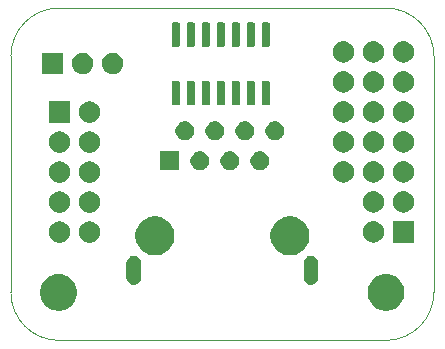
<source format=gbr>
G04 #@! TF.GenerationSoftware,KiCad,Pcbnew,(5.1.5)-3*
G04 #@! TF.CreationDate,2021-03-02T20:31:57-06:00*
G04 #@! TF.ProjectId,InputBoard,496e7075-7442-46f6-9172-642e6b696361,rev?*
G04 #@! TF.SameCoordinates,Original*
G04 #@! TF.FileFunction,Soldermask,Top*
G04 #@! TF.FilePolarity,Negative*
%FSLAX46Y46*%
G04 Gerber Fmt 4.6, Leading zero omitted, Abs format (unit mm)*
G04 Created by KiCad (PCBNEW (5.1.5)-3) date 2021-03-02 20:31:57*
%MOMM*%
%LPD*%
G04 APERTURE LIST*
%ADD10C,0.050000*%
%ADD11C,0.100000*%
G04 APERTURE END LIST*
D10*
X132588000Y-110680500D02*
X132588000Y-90678000D01*
X136652000Y-114744500D02*
G75*
G02X132588000Y-110680500I0J4064000D01*
G01*
X164338000Y-114744500D02*
X136652000Y-114744500D01*
X168402000Y-90678000D02*
X168402000Y-110680500D01*
X168402000Y-110680500D02*
G75*
G02X164338000Y-114744500I-4064000J0D01*
G01*
X164338000Y-86614000D02*
X136652000Y-86614000D01*
X132588000Y-90678000D02*
G75*
G02X136652000Y-86614000I4064000J0D01*
G01*
X164338000Y-86614000D02*
G75*
G02X168402000Y-90678000I0J-4064000D01*
G01*
D11*
G36*
X164640585Y-109156802D02*
G01*
X164790410Y-109186604D01*
X165072674Y-109303521D01*
X165326705Y-109473259D01*
X165542741Y-109689295D01*
X165712479Y-109943326D01*
X165829396Y-110225590D01*
X165889000Y-110525240D01*
X165889000Y-110830760D01*
X165829396Y-111130410D01*
X165712479Y-111412674D01*
X165542741Y-111666705D01*
X165326705Y-111882741D01*
X165072674Y-112052479D01*
X164790410Y-112169396D01*
X164640585Y-112199198D01*
X164490761Y-112229000D01*
X164185239Y-112229000D01*
X164035415Y-112199198D01*
X163885590Y-112169396D01*
X163603326Y-112052479D01*
X163349295Y-111882741D01*
X163133259Y-111666705D01*
X162963521Y-111412674D01*
X162846604Y-111130410D01*
X162787000Y-110830760D01*
X162787000Y-110525240D01*
X162846604Y-110225590D01*
X162963521Y-109943326D01*
X163133259Y-109689295D01*
X163349295Y-109473259D01*
X163603326Y-109303521D01*
X163885590Y-109186604D01*
X164035415Y-109156802D01*
X164185239Y-109127000D01*
X164490761Y-109127000D01*
X164640585Y-109156802D01*
G37*
G36*
X136940585Y-109156802D02*
G01*
X137090410Y-109186604D01*
X137372674Y-109303521D01*
X137626705Y-109473259D01*
X137842741Y-109689295D01*
X138012479Y-109943326D01*
X138129396Y-110225590D01*
X138189000Y-110525240D01*
X138189000Y-110830760D01*
X138129396Y-111130410D01*
X138012479Y-111412674D01*
X137842741Y-111666705D01*
X137626705Y-111882741D01*
X137372674Y-112052479D01*
X137090410Y-112169396D01*
X136940585Y-112199198D01*
X136790761Y-112229000D01*
X136485239Y-112229000D01*
X136335415Y-112199198D01*
X136185590Y-112169396D01*
X135903326Y-112052479D01*
X135649295Y-111882741D01*
X135433259Y-111666705D01*
X135263521Y-111412674D01*
X135146604Y-111130410D01*
X135087000Y-110830760D01*
X135087000Y-110525240D01*
X135146604Y-110225590D01*
X135263521Y-109943326D01*
X135433259Y-109689295D01*
X135649295Y-109473259D01*
X135903326Y-109303521D01*
X136185590Y-109186604D01*
X136335415Y-109156802D01*
X136485239Y-109127000D01*
X136790761Y-109127000D01*
X136940585Y-109156802D01*
G37*
G36*
X143111036Y-107573937D02*
G01*
X143228095Y-107609446D01*
X143277717Y-107635970D01*
X143335976Y-107667110D01*
X143430538Y-107744714D01*
X143508141Y-107839274D01*
X143539281Y-107897533D01*
X143565805Y-107947155D01*
X143601314Y-108064214D01*
X143610300Y-108155451D01*
X143610300Y-109438451D01*
X143601314Y-109529688D01*
X143565805Y-109646747D01*
X143565803Y-109646750D01*
X143508141Y-109754628D01*
X143430538Y-109849189D01*
X143335977Y-109926792D01*
X143305044Y-109943326D01*
X143228096Y-109984456D01*
X143111037Y-110019965D01*
X143029879Y-110027958D01*
X142989301Y-110031955D01*
X142989300Y-110031955D01*
X142867564Y-110019965D01*
X142750505Y-109984456D01*
X142673557Y-109943326D01*
X142642624Y-109926792D01*
X142548063Y-109849189D01*
X142470460Y-109754628D01*
X142412798Y-109646750D01*
X142412796Y-109646747D01*
X142377287Y-109529688D01*
X142368301Y-109438451D01*
X142368300Y-108155452D01*
X142377286Y-108064215D01*
X142412795Y-107947156D01*
X142470460Y-107839274D01*
X142470461Y-107839273D01*
X142548063Y-107744713D01*
X142642623Y-107667110D01*
X142700882Y-107635970D01*
X142750504Y-107609446D01*
X142867563Y-107573937D01*
X142948721Y-107565944D01*
X142989299Y-107561947D01*
X142989300Y-107561947D01*
X143111036Y-107573937D01*
G37*
G36*
X158109736Y-107573937D02*
G01*
X158226795Y-107609446D01*
X158276417Y-107635970D01*
X158334676Y-107667110D01*
X158429238Y-107744714D01*
X158506841Y-107839274D01*
X158537981Y-107897533D01*
X158564505Y-107947155D01*
X158600014Y-108064214D01*
X158609000Y-108155451D01*
X158609000Y-109438451D01*
X158600014Y-109529688D01*
X158564505Y-109646747D01*
X158564503Y-109646750D01*
X158506841Y-109754628D01*
X158429238Y-109849189D01*
X158334677Y-109926792D01*
X158303744Y-109943326D01*
X158226796Y-109984456D01*
X158109737Y-110019965D01*
X158028579Y-110027958D01*
X157988001Y-110031955D01*
X157988000Y-110031955D01*
X157866264Y-110019965D01*
X157749205Y-109984456D01*
X157672257Y-109943326D01*
X157641324Y-109926792D01*
X157546763Y-109849189D01*
X157469160Y-109754628D01*
X157411498Y-109646750D01*
X157411496Y-109646747D01*
X157375987Y-109529688D01*
X157367001Y-109438451D01*
X157367000Y-108155452D01*
X157375986Y-108064215D01*
X157411495Y-107947156D01*
X157469160Y-107839274D01*
X157469161Y-107839273D01*
X157546763Y-107744713D01*
X157641323Y-107667110D01*
X157699582Y-107635970D01*
X157749204Y-107609446D01*
X157866263Y-107573937D01*
X157947421Y-107565944D01*
X157987999Y-107561947D01*
X157988000Y-107561947D01*
X158109736Y-107573937D01*
G37*
G36*
X156585256Y-104286299D02*
G01*
X156691579Y-104307448D01*
X156992042Y-104431904D01*
X157262451Y-104612586D01*
X157492415Y-104842550D01*
X157673097Y-105112959D01*
X157797553Y-105413422D01*
X157813036Y-105491259D01*
X157861000Y-105732390D01*
X157861000Y-106057612D01*
X157820772Y-106259852D01*
X157797553Y-106376580D01*
X157673097Y-106677043D01*
X157492415Y-106947452D01*
X157262451Y-107177416D01*
X156992042Y-107358098D01*
X156691579Y-107482554D01*
X156585256Y-107503703D01*
X156372611Y-107546001D01*
X156047389Y-107546001D01*
X155834744Y-107503703D01*
X155728421Y-107482554D01*
X155427958Y-107358098D01*
X155157549Y-107177416D01*
X154927585Y-106947452D01*
X154746903Y-106677043D01*
X154622447Y-106376580D01*
X154599228Y-106259852D01*
X154559000Y-106057612D01*
X154559000Y-105732390D01*
X154606964Y-105491259D01*
X154622447Y-105413422D01*
X154746903Y-105112959D01*
X154927585Y-104842550D01*
X155157549Y-104612586D01*
X155427958Y-104431904D01*
X155728421Y-104307448D01*
X155834744Y-104286299D01*
X156047389Y-104244001D01*
X156372611Y-104244001D01*
X156585256Y-104286299D01*
G37*
G36*
X145155256Y-104286299D02*
G01*
X145261579Y-104307448D01*
X145562042Y-104431904D01*
X145832451Y-104612586D01*
X146062415Y-104842550D01*
X146243097Y-105112959D01*
X146367553Y-105413422D01*
X146383036Y-105491259D01*
X146431000Y-105732390D01*
X146431000Y-106057612D01*
X146390772Y-106259852D01*
X146367553Y-106376580D01*
X146243097Y-106677043D01*
X146062415Y-106947452D01*
X145832451Y-107177416D01*
X145562042Y-107358098D01*
X145261579Y-107482554D01*
X145155256Y-107503703D01*
X144942611Y-107546001D01*
X144617389Y-107546001D01*
X144404744Y-107503703D01*
X144298421Y-107482554D01*
X143997958Y-107358098D01*
X143727549Y-107177416D01*
X143497585Y-106947452D01*
X143316903Y-106677043D01*
X143192447Y-106376580D01*
X143169228Y-106259852D01*
X143129000Y-106057612D01*
X143129000Y-105732390D01*
X143176964Y-105491259D01*
X143192447Y-105413422D01*
X143316903Y-105112959D01*
X143497585Y-104842550D01*
X143727549Y-104612586D01*
X143997958Y-104431904D01*
X144298421Y-104307448D01*
X144404744Y-104286299D01*
X144617389Y-104244001D01*
X144942611Y-104244001D01*
X145155256Y-104286299D01*
G37*
G36*
X139353512Y-104683927D02*
G01*
X139502812Y-104713624D01*
X139666784Y-104781544D01*
X139814354Y-104880147D01*
X139939853Y-105005646D01*
X140038456Y-105153216D01*
X140106376Y-105317188D01*
X140141000Y-105491259D01*
X140141000Y-105668741D01*
X140106376Y-105842812D01*
X140038456Y-106006784D01*
X139939853Y-106154354D01*
X139814354Y-106279853D01*
X139666784Y-106378456D01*
X139502812Y-106446376D01*
X139353512Y-106476073D01*
X139328742Y-106481000D01*
X139151258Y-106481000D01*
X139126488Y-106476073D01*
X138977188Y-106446376D01*
X138813216Y-106378456D01*
X138665646Y-106279853D01*
X138540147Y-106154354D01*
X138441544Y-106006784D01*
X138373624Y-105842812D01*
X138339000Y-105668741D01*
X138339000Y-105491259D01*
X138373624Y-105317188D01*
X138441544Y-105153216D01*
X138540147Y-105005646D01*
X138665646Y-104880147D01*
X138813216Y-104781544D01*
X138977188Y-104713624D01*
X139126488Y-104683927D01*
X139151258Y-104679000D01*
X139328742Y-104679000D01*
X139353512Y-104683927D01*
G37*
G36*
X136813512Y-104683927D02*
G01*
X136962812Y-104713624D01*
X137126784Y-104781544D01*
X137274354Y-104880147D01*
X137399853Y-105005646D01*
X137498456Y-105153216D01*
X137566376Y-105317188D01*
X137601000Y-105491259D01*
X137601000Y-105668741D01*
X137566376Y-105842812D01*
X137498456Y-106006784D01*
X137399853Y-106154354D01*
X137274354Y-106279853D01*
X137126784Y-106378456D01*
X136962812Y-106446376D01*
X136813512Y-106476073D01*
X136788742Y-106481000D01*
X136611258Y-106481000D01*
X136586488Y-106476073D01*
X136437188Y-106446376D01*
X136273216Y-106378456D01*
X136125646Y-106279853D01*
X136000147Y-106154354D01*
X135901544Y-106006784D01*
X135833624Y-105842812D01*
X135799000Y-105668741D01*
X135799000Y-105491259D01*
X135833624Y-105317188D01*
X135901544Y-105153216D01*
X136000147Y-105005646D01*
X136125646Y-104880147D01*
X136273216Y-104781544D01*
X136437188Y-104713624D01*
X136586488Y-104683927D01*
X136611258Y-104679000D01*
X136788742Y-104679000D01*
X136813512Y-104683927D01*
G37*
G36*
X163393512Y-104663927D02*
G01*
X163542812Y-104693624D01*
X163706784Y-104761544D01*
X163854354Y-104860147D01*
X163979853Y-104985646D01*
X164078456Y-105133216D01*
X164146376Y-105297188D01*
X164181000Y-105471259D01*
X164181000Y-105648741D01*
X164146376Y-105822812D01*
X164078456Y-105986784D01*
X163979853Y-106134354D01*
X163854354Y-106259853D01*
X163706784Y-106358456D01*
X163542812Y-106426376D01*
X163393512Y-106456073D01*
X163368742Y-106461000D01*
X163191258Y-106461000D01*
X163166488Y-106456073D01*
X163017188Y-106426376D01*
X162853216Y-106358456D01*
X162705646Y-106259853D01*
X162580147Y-106134354D01*
X162481544Y-105986784D01*
X162413624Y-105822812D01*
X162379000Y-105648741D01*
X162379000Y-105471259D01*
X162413624Y-105297188D01*
X162481544Y-105133216D01*
X162580147Y-104985646D01*
X162705646Y-104860147D01*
X162853216Y-104761544D01*
X163017188Y-104693624D01*
X163166488Y-104663927D01*
X163191258Y-104659000D01*
X163368742Y-104659000D01*
X163393512Y-104663927D01*
G37*
G36*
X166721000Y-106461000D02*
G01*
X164919000Y-106461000D01*
X164919000Y-104659000D01*
X166721000Y-104659000D01*
X166721000Y-106461000D01*
G37*
G36*
X136813512Y-102143927D02*
G01*
X136962812Y-102173624D01*
X137126784Y-102241544D01*
X137274354Y-102340147D01*
X137399853Y-102465646D01*
X137498456Y-102613216D01*
X137566376Y-102777188D01*
X137601000Y-102951259D01*
X137601000Y-103128741D01*
X137566376Y-103302812D01*
X137498456Y-103466784D01*
X137399853Y-103614354D01*
X137274354Y-103739853D01*
X137126784Y-103838456D01*
X136962812Y-103906376D01*
X136813512Y-103936073D01*
X136788742Y-103941000D01*
X136611258Y-103941000D01*
X136586488Y-103936073D01*
X136437188Y-103906376D01*
X136273216Y-103838456D01*
X136125646Y-103739853D01*
X136000147Y-103614354D01*
X135901544Y-103466784D01*
X135833624Y-103302812D01*
X135799000Y-103128741D01*
X135799000Y-102951259D01*
X135833624Y-102777188D01*
X135901544Y-102613216D01*
X136000147Y-102465646D01*
X136125646Y-102340147D01*
X136273216Y-102241544D01*
X136437188Y-102173624D01*
X136586488Y-102143927D01*
X136611258Y-102139000D01*
X136788742Y-102139000D01*
X136813512Y-102143927D01*
G37*
G36*
X139353512Y-102143927D02*
G01*
X139502812Y-102173624D01*
X139666784Y-102241544D01*
X139814354Y-102340147D01*
X139939853Y-102465646D01*
X140038456Y-102613216D01*
X140106376Y-102777188D01*
X140141000Y-102951259D01*
X140141000Y-103128741D01*
X140106376Y-103302812D01*
X140038456Y-103466784D01*
X139939853Y-103614354D01*
X139814354Y-103739853D01*
X139666784Y-103838456D01*
X139502812Y-103906376D01*
X139353512Y-103936073D01*
X139328742Y-103941000D01*
X139151258Y-103941000D01*
X139126488Y-103936073D01*
X138977188Y-103906376D01*
X138813216Y-103838456D01*
X138665646Y-103739853D01*
X138540147Y-103614354D01*
X138441544Y-103466784D01*
X138373624Y-103302812D01*
X138339000Y-103128741D01*
X138339000Y-102951259D01*
X138373624Y-102777188D01*
X138441544Y-102613216D01*
X138540147Y-102465646D01*
X138665646Y-102340147D01*
X138813216Y-102241544D01*
X138977188Y-102173624D01*
X139126488Y-102143927D01*
X139151258Y-102139000D01*
X139328742Y-102139000D01*
X139353512Y-102143927D01*
G37*
G36*
X163393512Y-102123927D02*
G01*
X163542812Y-102153624D01*
X163706784Y-102221544D01*
X163854354Y-102320147D01*
X163979853Y-102445646D01*
X164078456Y-102593216D01*
X164146376Y-102757188D01*
X164181000Y-102931259D01*
X164181000Y-103108741D01*
X164146376Y-103282812D01*
X164078456Y-103446784D01*
X163979853Y-103594354D01*
X163854354Y-103719853D01*
X163706784Y-103818456D01*
X163542812Y-103886376D01*
X163393512Y-103916073D01*
X163368742Y-103921000D01*
X163191258Y-103921000D01*
X163166488Y-103916073D01*
X163017188Y-103886376D01*
X162853216Y-103818456D01*
X162705646Y-103719853D01*
X162580147Y-103594354D01*
X162481544Y-103446784D01*
X162413624Y-103282812D01*
X162379000Y-103108741D01*
X162379000Y-102931259D01*
X162413624Y-102757188D01*
X162481544Y-102593216D01*
X162580147Y-102445646D01*
X162705646Y-102320147D01*
X162853216Y-102221544D01*
X163017188Y-102153624D01*
X163166488Y-102123927D01*
X163191258Y-102119000D01*
X163368742Y-102119000D01*
X163393512Y-102123927D01*
G37*
G36*
X165933512Y-102123927D02*
G01*
X166082812Y-102153624D01*
X166246784Y-102221544D01*
X166394354Y-102320147D01*
X166519853Y-102445646D01*
X166618456Y-102593216D01*
X166686376Y-102757188D01*
X166721000Y-102931259D01*
X166721000Y-103108741D01*
X166686376Y-103282812D01*
X166618456Y-103446784D01*
X166519853Y-103594354D01*
X166394354Y-103719853D01*
X166246784Y-103818456D01*
X166082812Y-103886376D01*
X165933512Y-103916073D01*
X165908742Y-103921000D01*
X165731258Y-103921000D01*
X165706488Y-103916073D01*
X165557188Y-103886376D01*
X165393216Y-103818456D01*
X165245646Y-103719853D01*
X165120147Y-103594354D01*
X165021544Y-103446784D01*
X164953624Y-103282812D01*
X164919000Y-103108741D01*
X164919000Y-102931259D01*
X164953624Y-102757188D01*
X165021544Y-102593216D01*
X165120147Y-102445646D01*
X165245646Y-102320147D01*
X165393216Y-102221544D01*
X165557188Y-102153624D01*
X165706488Y-102123927D01*
X165731258Y-102119000D01*
X165908742Y-102119000D01*
X165933512Y-102123927D01*
G37*
G36*
X136813512Y-99603927D02*
G01*
X136962812Y-99633624D01*
X137126784Y-99701544D01*
X137274354Y-99800147D01*
X137399853Y-99925646D01*
X137498456Y-100073216D01*
X137566376Y-100237188D01*
X137601000Y-100411259D01*
X137601000Y-100588741D01*
X137566376Y-100762812D01*
X137498456Y-100926784D01*
X137399853Y-101074354D01*
X137274354Y-101199853D01*
X137126784Y-101298456D01*
X136962812Y-101366376D01*
X136813512Y-101396073D01*
X136788742Y-101401000D01*
X136611258Y-101401000D01*
X136586488Y-101396073D01*
X136437188Y-101366376D01*
X136273216Y-101298456D01*
X136125646Y-101199853D01*
X136000147Y-101074354D01*
X135901544Y-100926784D01*
X135833624Y-100762812D01*
X135799000Y-100588741D01*
X135799000Y-100411259D01*
X135833624Y-100237188D01*
X135901544Y-100073216D01*
X136000147Y-99925646D01*
X136125646Y-99800147D01*
X136273216Y-99701544D01*
X136437188Y-99633624D01*
X136586488Y-99603927D01*
X136611258Y-99599000D01*
X136788742Y-99599000D01*
X136813512Y-99603927D01*
G37*
G36*
X139353512Y-99603927D02*
G01*
X139502812Y-99633624D01*
X139666784Y-99701544D01*
X139814354Y-99800147D01*
X139939853Y-99925646D01*
X140038456Y-100073216D01*
X140106376Y-100237188D01*
X140141000Y-100411259D01*
X140141000Y-100588741D01*
X140106376Y-100762812D01*
X140038456Y-100926784D01*
X139939853Y-101074354D01*
X139814354Y-101199853D01*
X139666784Y-101298456D01*
X139502812Y-101366376D01*
X139353512Y-101396073D01*
X139328742Y-101401000D01*
X139151258Y-101401000D01*
X139126488Y-101396073D01*
X138977188Y-101366376D01*
X138813216Y-101298456D01*
X138665646Y-101199853D01*
X138540147Y-101074354D01*
X138441544Y-100926784D01*
X138373624Y-100762812D01*
X138339000Y-100588741D01*
X138339000Y-100411259D01*
X138373624Y-100237188D01*
X138441544Y-100073216D01*
X138540147Y-99925646D01*
X138665646Y-99800147D01*
X138813216Y-99701544D01*
X138977188Y-99633624D01*
X139126488Y-99603927D01*
X139151258Y-99599000D01*
X139328742Y-99599000D01*
X139353512Y-99603927D01*
G37*
G36*
X160853512Y-99583927D02*
G01*
X161002812Y-99613624D01*
X161166784Y-99681544D01*
X161314354Y-99780147D01*
X161439853Y-99905646D01*
X161538456Y-100053216D01*
X161606376Y-100217188D01*
X161641000Y-100391259D01*
X161641000Y-100568741D01*
X161606376Y-100742812D01*
X161538456Y-100906784D01*
X161439853Y-101054354D01*
X161314354Y-101179853D01*
X161166784Y-101278456D01*
X161002812Y-101346376D01*
X160853512Y-101376073D01*
X160828742Y-101381000D01*
X160651258Y-101381000D01*
X160626488Y-101376073D01*
X160477188Y-101346376D01*
X160313216Y-101278456D01*
X160165646Y-101179853D01*
X160040147Y-101054354D01*
X159941544Y-100906784D01*
X159873624Y-100742812D01*
X159839000Y-100568741D01*
X159839000Y-100391259D01*
X159873624Y-100217188D01*
X159941544Y-100053216D01*
X160040147Y-99905646D01*
X160165646Y-99780147D01*
X160313216Y-99681544D01*
X160477188Y-99613624D01*
X160626488Y-99583927D01*
X160651258Y-99579000D01*
X160828742Y-99579000D01*
X160853512Y-99583927D01*
G37*
G36*
X165933512Y-99583927D02*
G01*
X166082812Y-99613624D01*
X166246784Y-99681544D01*
X166394354Y-99780147D01*
X166519853Y-99905646D01*
X166618456Y-100053216D01*
X166686376Y-100217188D01*
X166721000Y-100391259D01*
X166721000Y-100568741D01*
X166686376Y-100742812D01*
X166618456Y-100906784D01*
X166519853Y-101054354D01*
X166394354Y-101179853D01*
X166246784Y-101278456D01*
X166082812Y-101346376D01*
X165933512Y-101376073D01*
X165908742Y-101381000D01*
X165731258Y-101381000D01*
X165706488Y-101376073D01*
X165557188Y-101346376D01*
X165393216Y-101278456D01*
X165245646Y-101179853D01*
X165120147Y-101054354D01*
X165021544Y-100906784D01*
X164953624Y-100742812D01*
X164919000Y-100568741D01*
X164919000Y-100391259D01*
X164953624Y-100217188D01*
X165021544Y-100053216D01*
X165120147Y-99905646D01*
X165245646Y-99780147D01*
X165393216Y-99681544D01*
X165557188Y-99613624D01*
X165706488Y-99583927D01*
X165731258Y-99579000D01*
X165908742Y-99579000D01*
X165933512Y-99583927D01*
G37*
G36*
X163393512Y-99583927D02*
G01*
X163542812Y-99613624D01*
X163706784Y-99681544D01*
X163854354Y-99780147D01*
X163979853Y-99905646D01*
X164078456Y-100053216D01*
X164146376Y-100217188D01*
X164181000Y-100391259D01*
X164181000Y-100568741D01*
X164146376Y-100742812D01*
X164078456Y-100906784D01*
X163979853Y-101054354D01*
X163854354Y-101179853D01*
X163706784Y-101278456D01*
X163542812Y-101346376D01*
X163393512Y-101376073D01*
X163368742Y-101381000D01*
X163191258Y-101381000D01*
X163166488Y-101376073D01*
X163017188Y-101346376D01*
X162853216Y-101278456D01*
X162705646Y-101179853D01*
X162580147Y-101054354D01*
X162481544Y-100906784D01*
X162413624Y-100742812D01*
X162379000Y-100568741D01*
X162379000Y-100391259D01*
X162413624Y-100217188D01*
X162481544Y-100053216D01*
X162580147Y-99905646D01*
X162705646Y-99780147D01*
X162853216Y-99681544D01*
X163017188Y-99613624D01*
X163166488Y-99583927D01*
X163191258Y-99579000D01*
X163368742Y-99579000D01*
X163393512Y-99583927D01*
G37*
G36*
X153903642Y-98774782D02*
G01*
X154028200Y-98826376D01*
X154049416Y-98835164D01*
X154180608Y-98922823D01*
X154292178Y-99034393D01*
X154379837Y-99165585D01*
X154379838Y-99165587D01*
X154440219Y-99311359D01*
X154471000Y-99466108D01*
X154471000Y-99623894D01*
X154440219Y-99778643D01*
X154431311Y-99800148D01*
X154379837Y-99924417D01*
X154292178Y-100055609D01*
X154180608Y-100167179D01*
X154049416Y-100254838D01*
X154049415Y-100254839D01*
X154049414Y-100254839D01*
X153903642Y-100315220D01*
X153748893Y-100346001D01*
X153591107Y-100346001D01*
X153436358Y-100315220D01*
X153290586Y-100254839D01*
X153290585Y-100254839D01*
X153290584Y-100254838D01*
X153159392Y-100167179D01*
X153047822Y-100055609D01*
X152960163Y-99924417D01*
X152908689Y-99800148D01*
X152899781Y-99778643D01*
X152869000Y-99623894D01*
X152869000Y-99466108D01*
X152899781Y-99311359D01*
X152960162Y-99165587D01*
X152960163Y-99165585D01*
X153047822Y-99034393D01*
X153159392Y-98922823D01*
X153290584Y-98835164D01*
X153311800Y-98826376D01*
X153436358Y-98774782D01*
X153591107Y-98744001D01*
X153748893Y-98744001D01*
X153903642Y-98774782D01*
G37*
G36*
X148823642Y-98774782D02*
G01*
X148948200Y-98826376D01*
X148969416Y-98835164D01*
X149100608Y-98922823D01*
X149212178Y-99034393D01*
X149299837Y-99165585D01*
X149299838Y-99165587D01*
X149360219Y-99311359D01*
X149391000Y-99466108D01*
X149391000Y-99623894D01*
X149360219Y-99778643D01*
X149351311Y-99800148D01*
X149299837Y-99924417D01*
X149212178Y-100055609D01*
X149100608Y-100167179D01*
X148969416Y-100254838D01*
X148969415Y-100254839D01*
X148969414Y-100254839D01*
X148823642Y-100315220D01*
X148668893Y-100346001D01*
X148511107Y-100346001D01*
X148356358Y-100315220D01*
X148210586Y-100254839D01*
X148210585Y-100254839D01*
X148210584Y-100254838D01*
X148079392Y-100167179D01*
X147967822Y-100055609D01*
X147880163Y-99924417D01*
X147828689Y-99800148D01*
X147819781Y-99778643D01*
X147789000Y-99623894D01*
X147789000Y-99466108D01*
X147819781Y-99311359D01*
X147880162Y-99165587D01*
X147880163Y-99165585D01*
X147967822Y-99034393D01*
X148079392Y-98922823D01*
X148210584Y-98835164D01*
X148231800Y-98826376D01*
X148356358Y-98774782D01*
X148511107Y-98744001D01*
X148668893Y-98744001D01*
X148823642Y-98774782D01*
G37*
G36*
X146851000Y-100346001D02*
G01*
X145249000Y-100346001D01*
X145249000Y-98744001D01*
X146851000Y-98744001D01*
X146851000Y-100346001D01*
G37*
G36*
X151363642Y-98774782D02*
G01*
X151488200Y-98826376D01*
X151509416Y-98835164D01*
X151640608Y-98922823D01*
X151752178Y-99034393D01*
X151839837Y-99165585D01*
X151839838Y-99165587D01*
X151900219Y-99311359D01*
X151931000Y-99466108D01*
X151931000Y-99623894D01*
X151900219Y-99778643D01*
X151891311Y-99800148D01*
X151839837Y-99924417D01*
X151752178Y-100055609D01*
X151640608Y-100167179D01*
X151509416Y-100254838D01*
X151509415Y-100254839D01*
X151509414Y-100254839D01*
X151363642Y-100315220D01*
X151208893Y-100346001D01*
X151051107Y-100346001D01*
X150896358Y-100315220D01*
X150750586Y-100254839D01*
X150750585Y-100254839D01*
X150750584Y-100254838D01*
X150619392Y-100167179D01*
X150507822Y-100055609D01*
X150420163Y-99924417D01*
X150368689Y-99800148D01*
X150359781Y-99778643D01*
X150329000Y-99623894D01*
X150329000Y-99466108D01*
X150359781Y-99311359D01*
X150420162Y-99165587D01*
X150420163Y-99165585D01*
X150507822Y-99034393D01*
X150619392Y-98922823D01*
X150750584Y-98835164D01*
X150771800Y-98826376D01*
X150896358Y-98774782D01*
X151051107Y-98744001D01*
X151208893Y-98744001D01*
X151363642Y-98774782D01*
G37*
G36*
X139353512Y-97063927D02*
G01*
X139502812Y-97093624D01*
X139666784Y-97161544D01*
X139814354Y-97260147D01*
X139939853Y-97385646D01*
X140038456Y-97533216D01*
X140106376Y-97697188D01*
X140141000Y-97871259D01*
X140141000Y-98048741D01*
X140106376Y-98222812D01*
X140038456Y-98386784D01*
X139939853Y-98534354D01*
X139814354Y-98659853D01*
X139666784Y-98758456D01*
X139502812Y-98826376D01*
X139353512Y-98856073D01*
X139328742Y-98861000D01*
X139151258Y-98861000D01*
X139126488Y-98856073D01*
X138977188Y-98826376D01*
X138813216Y-98758456D01*
X138665646Y-98659853D01*
X138540147Y-98534354D01*
X138441544Y-98386784D01*
X138373624Y-98222812D01*
X138339000Y-98048741D01*
X138339000Y-97871259D01*
X138373624Y-97697188D01*
X138441544Y-97533216D01*
X138540147Y-97385646D01*
X138665646Y-97260147D01*
X138813216Y-97161544D01*
X138977188Y-97093624D01*
X139126488Y-97063927D01*
X139151258Y-97059000D01*
X139328742Y-97059000D01*
X139353512Y-97063927D01*
G37*
G36*
X136813512Y-97063927D02*
G01*
X136962812Y-97093624D01*
X137126784Y-97161544D01*
X137274354Y-97260147D01*
X137399853Y-97385646D01*
X137498456Y-97533216D01*
X137566376Y-97697188D01*
X137601000Y-97871259D01*
X137601000Y-98048741D01*
X137566376Y-98222812D01*
X137498456Y-98386784D01*
X137399853Y-98534354D01*
X137274354Y-98659853D01*
X137126784Y-98758456D01*
X136962812Y-98826376D01*
X136813512Y-98856073D01*
X136788742Y-98861000D01*
X136611258Y-98861000D01*
X136586488Y-98856073D01*
X136437188Y-98826376D01*
X136273216Y-98758456D01*
X136125646Y-98659853D01*
X136000147Y-98534354D01*
X135901544Y-98386784D01*
X135833624Y-98222812D01*
X135799000Y-98048741D01*
X135799000Y-97871259D01*
X135833624Y-97697188D01*
X135901544Y-97533216D01*
X136000147Y-97385646D01*
X136125646Y-97260147D01*
X136273216Y-97161544D01*
X136437188Y-97093624D01*
X136586488Y-97063927D01*
X136611258Y-97059000D01*
X136788742Y-97059000D01*
X136813512Y-97063927D01*
G37*
G36*
X165933512Y-97043927D02*
G01*
X166082812Y-97073624D01*
X166246784Y-97141544D01*
X166394354Y-97240147D01*
X166519853Y-97365646D01*
X166618456Y-97513216D01*
X166686376Y-97677188D01*
X166721000Y-97851259D01*
X166721000Y-98028741D01*
X166686376Y-98202812D01*
X166618456Y-98366784D01*
X166519853Y-98514354D01*
X166394354Y-98639853D01*
X166246784Y-98738456D01*
X166082812Y-98806376D01*
X165938086Y-98835163D01*
X165908742Y-98841000D01*
X165731258Y-98841000D01*
X165701914Y-98835163D01*
X165557188Y-98806376D01*
X165393216Y-98738456D01*
X165245646Y-98639853D01*
X165120147Y-98514354D01*
X165021544Y-98366784D01*
X164953624Y-98202812D01*
X164919000Y-98028741D01*
X164919000Y-97851259D01*
X164953624Y-97677188D01*
X165021544Y-97513216D01*
X165120147Y-97365646D01*
X165245646Y-97240147D01*
X165393216Y-97141544D01*
X165557188Y-97073624D01*
X165706488Y-97043927D01*
X165731258Y-97039000D01*
X165908742Y-97039000D01*
X165933512Y-97043927D01*
G37*
G36*
X160853512Y-97043927D02*
G01*
X161002812Y-97073624D01*
X161166784Y-97141544D01*
X161314354Y-97240147D01*
X161439853Y-97365646D01*
X161538456Y-97513216D01*
X161606376Y-97677188D01*
X161641000Y-97851259D01*
X161641000Y-98028741D01*
X161606376Y-98202812D01*
X161538456Y-98366784D01*
X161439853Y-98514354D01*
X161314354Y-98639853D01*
X161166784Y-98738456D01*
X161002812Y-98806376D01*
X160858086Y-98835163D01*
X160828742Y-98841000D01*
X160651258Y-98841000D01*
X160621914Y-98835163D01*
X160477188Y-98806376D01*
X160313216Y-98738456D01*
X160165646Y-98639853D01*
X160040147Y-98514354D01*
X159941544Y-98366784D01*
X159873624Y-98202812D01*
X159839000Y-98028741D01*
X159839000Y-97851259D01*
X159873624Y-97677188D01*
X159941544Y-97513216D01*
X160040147Y-97365646D01*
X160165646Y-97240147D01*
X160313216Y-97141544D01*
X160477188Y-97073624D01*
X160626488Y-97043927D01*
X160651258Y-97039000D01*
X160828742Y-97039000D01*
X160853512Y-97043927D01*
G37*
G36*
X163393512Y-97043927D02*
G01*
X163542812Y-97073624D01*
X163706784Y-97141544D01*
X163854354Y-97240147D01*
X163979853Y-97365646D01*
X164078456Y-97513216D01*
X164146376Y-97677188D01*
X164181000Y-97851259D01*
X164181000Y-98028741D01*
X164146376Y-98202812D01*
X164078456Y-98366784D01*
X163979853Y-98514354D01*
X163854354Y-98639853D01*
X163706784Y-98738456D01*
X163542812Y-98806376D01*
X163398086Y-98835163D01*
X163368742Y-98841000D01*
X163191258Y-98841000D01*
X163161914Y-98835163D01*
X163017188Y-98806376D01*
X162853216Y-98738456D01*
X162705646Y-98639853D01*
X162580147Y-98514354D01*
X162481544Y-98366784D01*
X162413624Y-98202812D01*
X162379000Y-98028741D01*
X162379000Y-97851259D01*
X162413624Y-97677188D01*
X162481544Y-97513216D01*
X162580147Y-97365646D01*
X162705646Y-97240147D01*
X162853216Y-97141544D01*
X163017188Y-97073624D01*
X163166488Y-97043927D01*
X163191258Y-97039000D01*
X163368742Y-97039000D01*
X163393512Y-97043927D01*
G37*
G36*
X147553642Y-96234782D02*
G01*
X147678200Y-96286376D01*
X147699416Y-96295164D01*
X147830608Y-96382823D01*
X147942178Y-96494393D01*
X148029837Y-96625585D01*
X148029838Y-96625587D01*
X148090219Y-96771359D01*
X148121000Y-96926108D01*
X148121000Y-97083894D01*
X148090219Y-97238643D01*
X148081311Y-97260148D01*
X148029837Y-97384417D01*
X147942178Y-97515609D01*
X147830608Y-97627179D01*
X147699416Y-97714838D01*
X147699415Y-97714839D01*
X147699414Y-97714839D01*
X147553642Y-97775220D01*
X147398893Y-97806001D01*
X147241107Y-97806001D01*
X147086358Y-97775220D01*
X146940586Y-97714839D01*
X146940585Y-97714839D01*
X146940584Y-97714838D01*
X146809392Y-97627179D01*
X146697822Y-97515609D01*
X146610163Y-97384417D01*
X146558689Y-97260148D01*
X146549781Y-97238643D01*
X146519000Y-97083894D01*
X146519000Y-96926108D01*
X146549781Y-96771359D01*
X146610162Y-96625587D01*
X146610163Y-96625585D01*
X146697822Y-96494393D01*
X146809392Y-96382823D01*
X146940584Y-96295164D01*
X146961800Y-96286376D01*
X147086358Y-96234782D01*
X147241107Y-96204001D01*
X147398893Y-96204001D01*
X147553642Y-96234782D01*
G37*
G36*
X150093642Y-96234782D02*
G01*
X150218200Y-96286376D01*
X150239416Y-96295164D01*
X150370608Y-96382823D01*
X150482178Y-96494393D01*
X150569837Y-96625585D01*
X150569838Y-96625587D01*
X150630219Y-96771359D01*
X150661000Y-96926108D01*
X150661000Y-97083894D01*
X150630219Y-97238643D01*
X150621311Y-97260148D01*
X150569837Y-97384417D01*
X150482178Y-97515609D01*
X150370608Y-97627179D01*
X150239416Y-97714838D01*
X150239415Y-97714839D01*
X150239414Y-97714839D01*
X150093642Y-97775220D01*
X149938893Y-97806001D01*
X149781107Y-97806001D01*
X149626358Y-97775220D01*
X149480586Y-97714839D01*
X149480585Y-97714839D01*
X149480584Y-97714838D01*
X149349392Y-97627179D01*
X149237822Y-97515609D01*
X149150163Y-97384417D01*
X149098689Y-97260148D01*
X149089781Y-97238643D01*
X149059000Y-97083894D01*
X149059000Y-96926108D01*
X149089781Y-96771359D01*
X149150162Y-96625587D01*
X149150163Y-96625585D01*
X149237822Y-96494393D01*
X149349392Y-96382823D01*
X149480584Y-96295164D01*
X149501800Y-96286376D01*
X149626358Y-96234782D01*
X149781107Y-96204001D01*
X149938893Y-96204001D01*
X150093642Y-96234782D01*
G37*
G36*
X155173642Y-96234782D02*
G01*
X155298200Y-96286376D01*
X155319416Y-96295164D01*
X155450608Y-96382823D01*
X155562178Y-96494393D01*
X155649837Y-96625585D01*
X155649838Y-96625587D01*
X155710219Y-96771359D01*
X155741000Y-96926108D01*
X155741000Y-97083894D01*
X155710219Y-97238643D01*
X155701311Y-97260148D01*
X155649837Y-97384417D01*
X155562178Y-97515609D01*
X155450608Y-97627179D01*
X155319416Y-97714838D01*
X155319415Y-97714839D01*
X155319414Y-97714839D01*
X155173642Y-97775220D01*
X155018893Y-97806001D01*
X154861107Y-97806001D01*
X154706358Y-97775220D01*
X154560586Y-97714839D01*
X154560585Y-97714839D01*
X154560584Y-97714838D01*
X154429392Y-97627179D01*
X154317822Y-97515609D01*
X154230163Y-97384417D01*
X154178689Y-97260148D01*
X154169781Y-97238643D01*
X154139000Y-97083894D01*
X154139000Y-96926108D01*
X154169781Y-96771359D01*
X154230162Y-96625587D01*
X154230163Y-96625585D01*
X154317822Y-96494393D01*
X154429392Y-96382823D01*
X154560584Y-96295164D01*
X154581800Y-96286376D01*
X154706358Y-96234782D01*
X154861107Y-96204001D01*
X155018893Y-96204001D01*
X155173642Y-96234782D01*
G37*
G36*
X152633642Y-96234782D02*
G01*
X152758200Y-96286376D01*
X152779416Y-96295164D01*
X152910608Y-96382823D01*
X153022178Y-96494393D01*
X153109837Y-96625585D01*
X153109838Y-96625587D01*
X153170219Y-96771359D01*
X153201000Y-96926108D01*
X153201000Y-97083894D01*
X153170219Y-97238643D01*
X153161311Y-97260148D01*
X153109837Y-97384417D01*
X153022178Y-97515609D01*
X152910608Y-97627179D01*
X152779416Y-97714838D01*
X152779415Y-97714839D01*
X152779414Y-97714839D01*
X152633642Y-97775220D01*
X152478893Y-97806001D01*
X152321107Y-97806001D01*
X152166358Y-97775220D01*
X152020586Y-97714839D01*
X152020585Y-97714839D01*
X152020584Y-97714838D01*
X151889392Y-97627179D01*
X151777822Y-97515609D01*
X151690163Y-97384417D01*
X151638689Y-97260148D01*
X151629781Y-97238643D01*
X151599000Y-97083894D01*
X151599000Y-96926108D01*
X151629781Y-96771359D01*
X151690162Y-96625587D01*
X151690163Y-96625585D01*
X151777822Y-96494393D01*
X151889392Y-96382823D01*
X152020584Y-96295164D01*
X152041800Y-96286376D01*
X152166358Y-96234782D01*
X152321107Y-96204001D01*
X152478893Y-96204001D01*
X152633642Y-96234782D01*
G37*
G36*
X139353512Y-94523927D02*
G01*
X139502812Y-94553624D01*
X139666784Y-94621544D01*
X139814354Y-94720147D01*
X139939853Y-94845646D01*
X140038456Y-94993216D01*
X140106376Y-95157188D01*
X140141000Y-95331259D01*
X140141000Y-95508741D01*
X140106376Y-95682812D01*
X140038456Y-95846784D01*
X139939853Y-95994354D01*
X139814354Y-96119853D01*
X139666784Y-96218456D01*
X139502812Y-96286376D01*
X139353512Y-96316073D01*
X139328742Y-96321000D01*
X139151258Y-96321000D01*
X139126488Y-96316073D01*
X138977188Y-96286376D01*
X138813216Y-96218456D01*
X138665646Y-96119853D01*
X138540147Y-95994354D01*
X138441544Y-95846784D01*
X138373624Y-95682812D01*
X138339000Y-95508741D01*
X138339000Y-95331259D01*
X138373624Y-95157188D01*
X138441544Y-94993216D01*
X138540147Y-94845646D01*
X138665646Y-94720147D01*
X138813216Y-94621544D01*
X138977188Y-94553624D01*
X139126488Y-94523927D01*
X139151258Y-94519000D01*
X139328742Y-94519000D01*
X139353512Y-94523927D01*
G37*
G36*
X137601000Y-96321000D02*
G01*
X135799000Y-96321000D01*
X135799000Y-94519000D01*
X137601000Y-94519000D01*
X137601000Y-96321000D01*
G37*
G36*
X160853512Y-94503927D02*
G01*
X161002812Y-94533624D01*
X161166784Y-94601544D01*
X161314354Y-94700147D01*
X161439853Y-94825646D01*
X161538456Y-94973216D01*
X161606376Y-95137188D01*
X161641000Y-95311259D01*
X161641000Y-95488741D01*
X161606376Y-95662812D01*
X161538456Y-95826784D01*
X161439853Y-95974354D01*
X161314354Y-96099853D01*
X161166784Y-96198456D01*
X161002812Y-96266376D01*
X160858086Y-96295163D01*
X160828742Y-96301000D01*
X160651258Y-96301000D01*
X160621914Y-96295163D01*
X160477188Y-96266376D01*
X160313216Y-96198456D01*
X160165646Y-96099853D01*
X160040147Y-95974354D01*
X159941544Y-95826784D01*
X159873624Y-95662812D01*
X159839000Y-95488741D01*
X159839000Y-95311259D01*
X159873624Y-95137188D01*
X159941544Y-94973216D01*
X160040147Y-94825646D01*
X160165646Y-94700147D01*
X160313216Y-94601544D01*
X160477188Y-94533624D01*
X160626488Y-94503927D01*
X160651258Y-94499000D01*
X160828742Y-94499000D01*
X160853512Y-94503927D01*
G37*
G36*
X163393512Y-94503927D02*
G01*
X163542812Y-94533624D01*
X163706784Y-94601544D01*
X163854354Y-94700147D01*
X163979853Y-94825646D01*
X164078456Y-94973216D01*
X164146376Y-95137188D01*
X164181000Y-95311259D01*
X164181000Y-95488741D01*
X164146376Y-95662812D01*
X164078456Y-95826784D01*
X163979853Y-95974354D01*
X163854354Y-96099853D01*
X163706784Y-96198456D01*
X163542812Y-96266376D01*
X163398086Y-96295163D01*
X163368742Y-96301000D01*
X163191258Y-96301000D01*
X163161914Y-96295163D01*
X163017188Y-96266376D01*
X162853216Y-96198456D01*
X162705646Y-96099853D01*
X162580147Y-95974354D01*
X162481544Y-95826784D01*
X162413624Y-95662812D01*
X162379000Y-95488741D01*
X162379000Y-95311259D01*
X162413624Y-95137188D01*
X162481544Y-94973216D01*
X162580147Y-94825646D01*
X162705646Y-94700147D01*
X162853216Y-94601544D01*
X163017188Y-94533624D01*
X163166488Y-94503927D01*
X163191258Y-94499000D01*
X163368742Y-94499000D01*
X163393512Y-94503927D01*
G37*
G36*
X165933512Y-94503927D02*
G01*
X166082812Y-94533624D01*
X166246784Y-94601544D01*
X166394354Y-94700147D01*
X166519853Y-94825646D01*
X166618456Y-94973216D01*
X166686376Y-95137188D01*
X166721000Y-95311259D01*
X166721000Y-95488741D01*
X166686376Y-95662812D01*
X166618456Y-95826784D01*
X166519853Y-95974354D01*
X166394354Y-96099853D01*
X166246784Y-96198456D01*
X166082812Y-96266376D01*
X165938086Y-96295163D01*
X165908742Y-96301000D01*
X165731258Y-96301000D01*
X165701914Y-96295163D01*
X165557188Y-96266376D01*
X165393216Y-96198456D01*
X165245646Y-96099853D01*
X165120147Y-95974354D01*
X165021544Y-95826784D01*
X164953624Y-95662812D01*
X164919000Y-95488741D01*
X164919000Y-95311259D01*
X164953624Y-95137188D01*
X165021544Y-94973216D01*
X165120147Y-94825646D01*
X165245646Y-94700147D01*
X165393216Y-94601544D01*
X165557188Y-94533624D01*
X165706488Y-94503927D01*
X165731258Y-94499000D01*
X165908742Y-94499000D01*
X165933512Y-94503927D01*
G37*
G36*
X148069928Y-92781764D02*
G01*
X148091009Y-92788160D01*
X148110445Y-92798548D01*
X148127476Y-92812524D01*
X148141452Y-92829555D01*
X148151840Y-92848991D01*
X148158236Y-92870072D01*
X148161000Y-92898140D01*
X148161000Y-94711860D01*
X148158236Y-94739928D01*
X148151840Y-94761009D01*
X148141452Y-94780445D01*
X148127476Y-94797476D01*
X148110445Y-94811452D01*
X148091009Y-94821840D01*
X148069928Y-94828236D01*
X148041860Y-94831000D01*
X147578140Y-94831000D01*
X147550072Y-94828236D01*
X147528991Y-94821840D01*
X147509555Y-94811452D01*
X147492524Y-94797476D01*
X147478548Y-94780445D01*
X147468160Y-94761009D01*
X147461764Y-94739928D01*
X147459000Y-94711860D01*
X147459000Y-92898140D01*
X147461764Y-92870072D01*
X147468160Y-92848991D01*
X147478548Y-92829555D01*
X147492524Y-92812524D01*
X147509555Y-92798548D01*
X147528991Y-92788160D01*
X147550072Y-92781764D01*
X147578140Y-92779000D01*
X148041860Y-92779000D01*
X148069928Y-92781764D01*
G37*
G36*
X146799928Y-92781764D02*
G01*
X146821009Y-92788160D01*
X146840445Y-92798548D01*
X146857476Y-92812524D01*
X146871452Y-92829555D01*
X146881840Y-92848991D01*
X146888236Y-92870072D01*
X146891000Y-92898140D01*
X146891000Y-94711860D01*
X146888236Y-94739928D01*
X146881840Y-94761009D01*
X146871452Y-94780445D01*
X146857476Y-94797476D01*
X146840445Y-94811452D01*
X146821009Y-94821840D01*
X146799928Y-94828236D01*
X146771860Y-94831000D01*
X146308140Y-94831000D01*
X146280072Y-94828236D01*
X146258991Y-94821840D01*
X146239555Y-94811452D01*
X146222524Y-94797476D01*
X146208548Y-94780445D01*
X146198160Y-94761009D01*
X146191764Y-94739928D01*
X146189000Y-94711860D01*
X146189000Y-92898140D01*
X146191764Y-92870072D01*
X146198160Y-92848991D01*
X146208548Y-92829555D01*
X146222524Y-92812524D01*
X146239555Y-92798548D01*
X146258991Y-92788160D01*
X146280072Y-92781764D01*
X146308140Y-92779000D01*
X146771860Y-92779000D01*
X146799928Y-92781764D01*
G37*
G36*
X149339928Y-92781764D02*
G01*
X149361009Y-92788160D01*
X149380445Y-92798548D01*
X149397476Y-92812524D01*
X149411452Y-92829555D01*
X149421840Y-92848991D01*
X149428236Y-92870072D01*
X149431000Y-92898140D01*
X149431000Y-94711860D01*
X149428236Y-94739928D01*
X149421840Y-94761009D01*
X149411452Y-94780445D01*
X149397476Y-94797476D01*
X149380445Y-94811452D01*
X149361009Y-94821840D01*
X149339928Y-94828236D01*
X149311860Y-94831000D01*
X148848140Y-94831000D01*
X148820072Y-94828236D01*
X148798991Y-94821840D01*
X148779555Y-94811452D01*
X148762524Y-94797476D01*
X148748548Y-94780445D01*
X148738160Y-94761009D01*
X148731764Y-94739928D01*
X148729000Y-94711860D01*
X148729000Y-92898140D01*
X148731764Y-92870072D01*
X148738160Y-92848991D01*
X148748548Y-92829555D01*
X148762524Y-92812524D01*
X148779555Y-92798548D01*
X148798991Y-92788160D01*
X148820072Y-92781764D01*
X148848140Y-92779000D01*
X149311860Y-92779000D01*
X149339928Y-92781764D01*
G37*
G36*
X150609928Y-92781764D02*
G01*
X150631009Y-92788160D01*
X150650445Y-92798548D01*
X150667476Y-92812524D01*
X150681452Y-92829555D01*
X150691840Y-92848991D01*
X150698236Y-92870072D01*
X150701000Y-92898140D01*
X150701000Y-94711860D01*
X150698236Y-94739928D01*
X150691840Y-94761009D01*
X150681452Y-94780445D01*
X150667476Y-94797476D01*
X150650445Y-94811452D01*
X150631009Y-94821840D01*
X150609928Y-94828236D01*
X150581860Y-94831000D01*
X150118140Y-94831000D01*
X150090072Y-94828236D01*
X150068991Y-94821840D01*
X150049555Y-94811452D01*
X150032524Y-94797476D01*
X150018548Y-94780445D01*
X150008160Y-94761009D01*
X150001764Y-94739928D01*
X149999000Y-94711860D01*
X149999000Y-92898140D01*
X150001764Y-92870072D01*
X150008160Y-92848991D01*
X150018548Y-92829555D01*
X150032524Y-92812524D01*
X150049555Y-92798548D01*
X150068991Y-92788160D01*
X150090072Y-92781764D01*
X150118140Y-92779000D01*
X150581860Y-92779000D01*
X150609928Y-92781764D01*
G37*
G36*
X151879928Y-92781764D02*
G01*
X151901009Y-92788160D01*
X151920445Y-92798548D01*
X151937476Y-92812524D01*
X151951452Y-92829555D01*
X151961840Y-92848991D01*
X151968236Y-92870072D01*
X151971000Y-92898140D01*
X151971000Y-94711860D01*
X151968236Y-94739928D01*
X151961840Y-94761009D01*
X151951452Y-94780445D01*
X151937476Y-94797476D01*
X151920445Y-94811452D01*
X151901009Y-94821840D01*
X151879928Y-94828236D01*
X151851860Y-94831000D01*
X151388140Y-94831000D01*
X151360072Y-94828236D01*
X151338991Y-94821840D01*
X151319555Y-94811452D01*
X151302524Y-94797476D01*
X151288548Y-94780445D01*
X151278160Y-94761009D01*
X151271764Y-94739928D01*
X151269000Y-94711860D01*
X151269000Y-92898140D01*
X151271764Y-92870072D01*
X151278160Y-92848991D01*
X151288548Y-92829555D01*
X151302524Y-92812524D01*
X151319555Y-92798548D01*
X151338991Y-92788160D01*
X151360072Y-92781764D01*
X151388140Y-92779000D01*
X151851860Y-92779000D01*
X151879928Y-92781764D01*
G37*
G36*
X153149928Y-92781764D02*
G01*
X153171009Y-92788160D01*
X153190445Y-92798548D01*
X153207476Y-92812524D01*
X153221452Y-92829555D01*
X153231840Y-92848991D01*
X153238236Y-92870072D01*
X153241000Y-92898140D01*
X153241000Y-94711860D01*
X153238236Y-94739928D01*
X153231840Y-94761009D01*
X153221452Y-94780445D01*
X153207476Y-94797476D01*
X153190445Y-94811452D01*
X153171009Y-94821840D01*
X153149928Y-94828236D01*
X153121860Y-94831000D01*
X152658140Y-94831000D01*
X152630072Y-94828236D01*
X152608991Y-94821840D01*
X152589555Y-94811452D01*
X152572524Y-94797476D01*
X152558548Y-94780445D01*
X152548160Y-94761009D01*
X152541764Y-94739928D01*
X152539000Y-94711860D01*
X152539000Y-92898140D01*
X152541764Y-92870072D01*
X152548160Y-92848991D01*
X152558548Y-92829555D01*
X152572524Y-92812524D01*
X152589555Y-92798548D01*
X152608991Y-92788160D01*
X152630072Y-92781764D01*
X152658140Y-92779000D01*
X153121860Y-92779000D01*
X153149928Y-92781764D01*
G37*
G36*
X154419928Y-92781764D02*
G01*
X154441009Y-92788160D01*
X154460445Y-92798548D01*
X154477476Y-92812524D01*
X154491452Y-92829555D01*
X154501840Y-92848991D01*
X154508236Y-92870072D01*
X154511000Y-92898140D01*
X154511000Y-94711860D01*
X154508236Y-94739928D01*
X154501840Y-94761009D01*
X154491452Y-94780445D01*
X154477476Y-94797476D01*
X154460445Y-94811452D01*
X154441009Y-94821840D01*
X154419928Y-94828236D01*
X154391860Y-94831000D01*
X153928140Y-94831000D01*
X153900072Y-94828236D01*
X153878991Y-94821840D01*
X153859555Y-94811452D01*
X153842524Y-94797476D01*
X153828548Y-94780445D01*
X153818160Y-94761009D01*
X153811764Y-94739928D01*
X153809000Y-94711860D01*
X153809000Y-92898140D01*
X153811764Y-92870072D01*
X153818160Y-92848991D01*
X153828548Y-92829555D01*
X153842524Y-92812524D01*
X153859555Y-92798548D01*
X153878991Y-92788160D01*
X153900072Y-92781764D01*
X153928140Y-92779000D01*
X154391860Y-92779000D01*
X154419928Y-92781764D01*
G37*
G36*
X165933512Y-91963927D02*
G01*
X166082812Y-91993624D01*
X166246784Y-92061544D01*
X166394354Y-92160147D01*
X166519853Y-92285646D01*
X166618456Y-92433216D01*
X166686376Y-92597188D01*
X166716073Y-92746488D01*
X166721000Y-92771258D01*
X166721000Y-92948742D01*
X166716073Y-92973512D01*
X166686376Y-93122812D01*
X166618456Y-93286784D01*
X166519853Y-93434354D01*
X166394354Y-93559853D01*
X166246784Y-93658456D01*
X166082812Y-93726376D01*
X165933512Y-93756073D01*
X165908742Y-93761000D01*
X165731258Y-93761000D01*
X165706488Y-93756073D01*
X165557188Y-93726376D01*
X165393216Y-93658456D01*
X165245646Y-93559853D01*
X165120147Y-93434354D01*
X165021544Y-93286784D01*
X164953624Y-93122812D01*
X164923927Y-92973512D01*
X164919000Y-92948742D01*
X164919000Y-92771258D01*
X164923927Y-92746488D01*
X164953624Y-92597188D01*
X165021544Y-92433216D01*
X165120147Y-92285646D01*
X165245646Y-92160147D01*
X165393216Y-92061544D01*
X165557188Y-91993624D01*
X165706488Y-91963927D01*
X165731258Y-91959000D01*
X165908742Y-91959000D01*
X165933512Y-91963927D01*
G37*
G36*
X160853512Y-91963927D02*
G01*
X161002812Y-91993624D01*
X161166784Y-92061544D01*
X161314354Y-92160147D01*
X161439853Y-92285646D01*
X161538456Y-92433216D01*
X161606376Y-92597188D01*
X161636073Y-92746488D01*
X161641000Y-92771258D01*
X161641000Y-92948742D01*
X161636073Y-92973512D01*
X161606376Y-93122812D01*
X161538456Y-93286784D01*
X161439853Y-93434354D01*
X161314354Y-93559853D01*
X161166784Y-93658456D01*
X161002812Y-93726376D01*
X160853512Y-93756073D01*
X160828742Y-93761000D01*
X160651258Y-93761000D01*
X160626488Y-93756073D01*
X160477188Y-93726376D01*
X160313216Y-93658456D01*
X160165646Y-93559853D01*
X160040147Y-93434354D01*
X159941544Y-93286784D01*
X159873624Y-93122812D01*
X159843927Y-92973512D01*
X159839000Y-92948742D01*
X159839000Y-92771258D01*
X159843927Y-92746488D01*
X159873624Y-92597188D01*
X159941544Y-92433216D01*
X160040147Y-92285646D01*
X160165646Y-92160147D01*
X160313216Y-92061544D01*
X160477188Y-91993624D01*
X160626488Y-91963927D01*
X160651258Y-91959000D01*
X160828742Y-91959000D01*
X160853512Y-91963927D01*
G37*
G36*
X163393512Y-91963927D02*
G01*
X163542812Y-91993624D01*
X163706784Y-92061544D01*
X163854354Y-92160147D01*
X163979853Y-92285646D01*
X164078456Y-92433216D01*
X164146376Y-92597188D01*
X164176073Y-92746488D01*
X164181000Y-92771258D01*
X164181000Y-92948742D01*
X164176073Y-92973512D01*
X164146376Y-93122812D01*
X164078456Y-93286784D01*
X163979853Y-93434354D01*
X163854354Y-93559853D01*
X163706784Y-93658456D01*
X163542812Y-93726376D01*
X163393512Y-93756073D01*
X163368742Y-93761000D01*
X163191258Y-93761000D01*
X163166488Y-93756073D01*
X163017188Y-93726376D01*
X162853216Y-93658456D01*
X162705646Y-93559853D01*
X162580147Y-93434354D01*
X162481544Y-93286784D01*
X162413624Y-93122812D01*
X162383927Y-92973512D01*
X162379000Y-92948742D01*
X162379000Y-92771258D01*
X162383927Y-92746488D01*
X162413624Y-92597188D01*
X162481544Y-92433216D01*
X162580147Y-92285646D01*
X162705646Y-92160147D01*
X162853216Y-92061544D01*
X163017188Y-91993624D01*
X163166488Y-91963927D01*
X163191258Y-91959000D01*
X163368742Y-91959000D01*
X163393512Y-91963927D01*
G37*
G36*
X141313512Y-90393927D02*
G01*
X141462812Y-90423624D01*
X141626784Y-90491544D01*
X141774354Y-90590147D01*
X141899853Y-90715646D01*
X141998456Y-90863216D01*
X142066376Y-91027188D01*
X142096073Y-91176488D01*
X142098040Y-91186375D01*
X142101000Y-91201259D01*
X142101000Y-91378741D01*
X142066376Y-91552812D01*
X141998456Y-91716784D01*
X141899853Y-91864354D01*
X141774354Y-91989853D01*
X141626784Y-92088456D01*
X141462812Y-92156376D01*
X141313512Y-92186073D01*
X141288742Y-92191000D01*
X141111258Y-92191000D01*
X141086488Y-92186073D01*
X140937188Y-92156376D01*
X140773216Y-92088456D01*
X140625646Y-91989853D01*
X140500147Y-91864354D01*
X140401544Y-91716784D01*
X140333624Y-91552812D01*
X140299000Y-91378741D01*
X140299000Y-91201259D01*
X140301961Y-91186375D01*
X140303927Y-91176488D01*
X140333624Y-91027188D01*
X140401544Y-90863216D01*
X140500147Y-90715646D01*
X140625646Y-90590147D01*
X140773216Y-90491544D01*
X140937188Y-90423624D01*
X141086488Y-90393927D01*
X141111258Y-90389000D01*
X141288742Y-90389000D01*
X141313512Y-90393927D01*
G37*
G36*
X138773512Y-90393927D02*
G01*
X138922812Y-90423624D01*
X139086784Y-90491544D01*
X139234354Y-90590147D01*
X139359853Y-90715646D01*
X139458456Y-90863216D01*
X139526376Y-91027188D01*
X139556073Y-91176488D01*
X139558040Y-91186375D01*
X139561000Y-91201259D01*
X139561000Y-91378741D01*
X139526376Y-91552812D01*
X139458456Y-91716784D01*
X139359853Y-91864354D01*
X139234354Y-91989853D01*
X139086784Y-92088456D01*
X138922812Y-92156376D01*
X138773512Y-92186073D01*
X138748742Y-92191000D01*
X138571258Y-92191000D01*
X138546488Y-92186073D01*
X138397188Y-92156376D01*
X138233216Y-92088456D01*
X138085646Y-91989853D01*
X137960147Y-91864354D01*
X137861544Y-91716784D01*
X137793624Y-91552812D01*
X137759000Y-91378741D01*
X137759000Y-91201259D01*
X137761961Y-91186375D01*
X137763927Y-91176488D01*
X137793624Y-91027188D01*
X137861544Y-90863216D01*
X137960147Y-90715646D01*
X138085646Y-90590147D01*
X138233216Y-90491544D01*
X138397188Y-90423624D01*
X138546488Y-90393927D01*
X138571258Y-90389000D01*
X138748742Y-90389000D01*
X138773512Y-90393927D01*
G37*
G36*
X137021000Y-92191000D02*
G01*
X135219000Y-92191000D01*
X135219000Y-90389000D01*
X137021000Y-90389000D01*
X137021000Y-92191000D01*
G37*
G36*
X165933512Y-89423927D02*
G01*
X166082812Y-89453624D01*
X166246784Y-89521544D01*
X166394354Y-89620147D01*
X166519853Y-89745646D01*
X166618456Y-89893216D01*
X166686376Y-90057188D01*
X166716073Y-90206488D01*
X166721000Y-90231258D01*
X166721000Y-90408742D01*
X166716073Y-90433512D01*
X166686376Y-90582812D01*
X166618456Y-90746784D01*
X166519853Y-90894354D01*
X166394354Y-91019853D01*
X166246784Y-91118456D01*
X166082812Y-91186376D01*
X165933512Y-91216073D01*
X165908742Y-91221000D01*
X165731258Y-91221000D01*
X165706488Y-91216073D01*
X165557188Y-91186376D01*
X165393216Y-91118456D01*
X165245646Y-91019853D01*
X165120147Y-90894354D01*
X165021544Y-90746784D01*
X164953624Y-90582812D01*
X164923927Y-90433512D01*
X164919000Y-90408742D01*
X164919000Y-90231258D01*
X164923927Y-90206488D01*
X164953624Y-90057188D01*
X165021544Y-89893216D01*
X165120147Y-89745646D01*
X165245646Y-89620147D01*
X165393216Y-89521544D01*
X165557188Y-89453624D01*
X165706488Y-89423927D01*
X165731258Y-89419000D01*
X165908742Y-89419000D01*
X165933512Y-89423927D01*
G37*
G36*
X163393512Y-89423927D02*
G01*
X163542812Y-89453624D01*
X163706784Y-89521544D01*
X163854354Y-89620147D01*
X163979853Y-89745646D01*
X164078456Y-89893216D01*
X164146376Y-90057188D01*
X164176073Y-90206488D01*
X164181000Y-90231258D01*
X164181000Y-90408742D01*
X164176073Y-90433512D01*
X164146376Y-90582812D01*
X164078456Y-90746784D01*
X163979853Y-90894354D01*
X163854354Y-91019853D01*
X163706784Y-91118456D01*
X163542812Y-91186376D01*
X163393512Y-91216073D01*
X163368742Y-91221000D01*
X163191258Y-91221000D01*
X163166488Y-91216073D01*
X163017188Y-91186376D01*
X162853216Y-91118456D01*
X162705646Y-91019853D01*
X162580147Y-90894354D01*
X162481544Y-90746784D01*
X162413624Y-90582812D01*
X162383927Y-90433512D01*
X162379000Y-90408742D01*
X162379000Y-90231258D01*
X162383927Y-90206488D01*
X162413624Y-90057188D01*
X162481544Y-89893216D01*
X162580147Y-89745646D01*
X162705646Y-89620147D01*
X162853216Y-89521544D01*
X163017188Y-89453624D01*
X163166488Y-89423927D01*
X163191258Y-89419000D01*
X163368742Y-89419000D01*
X163393512Y-89423927D01*
G37*
G36*
X160853512Y-89423927D02*
G01*
X161002812Y-89453624D01*
X161166784Y-89521544D01*
X161314354Y-89620147D01*
X161439853Y-89745646D01*
X161538456Y-89893216D01*
X161606376Y-90057188D01*
X161636073Y-90206488D01*
X161641000Y-90231258D01*
X161641000Y-90408742D01*
X161636073Y-90433512D01*
X161606376Y-90582812D01*
X161538456Y-90746784D01*
X161439853Y-90894354D01*
X161314354Y-91019853D01*
X161166784Y-91118456D01*
X161002812Y-91186376D01*
X160853512Y-91216073D01*
X160828742Y-91221000D01*
X160651258Y-91221000D01*
X160626488Y-91216073D01*
X160477188Y-91186376D01*
X160313216Y-91118456D01*
X160165646Y-91019853D01*
X160040147Y-90894354D01*
X159941544Y-90746784D01*
X159873624Y-90582812D01*
X159843927Y-90433512D01*
X159839000Y-90408742D01*
X159839000Y-90231258D01*
X159843927Y-90206488D01*
X159873624Y-90057188D01*
X159941544Y-89893216D01*
X160040147Y-89745646D01*
X160165646Y-89620147D01*
X160313216Y-89521544D01*
X160477188Y-89453624D01*
X160626488Y-89423927D01*
X160651258Y-89419000D01*
X160828742Y-89419000D01*
X160853512Y-89423927D01*
G37*
G36*
X149339928Y-87831764D02*
G01*
X149361009Y-87838160D01*
X149380445Y-87848548D01*
X149397476Y-87862524D01*
X149411452Y-87879555D01*
X149421840Y-87898991D01*
X149428236Y-87920072D01*
X149431000Y-87948140D01*
X149431000Y-89761860D01*
X149428236Y-89789928D01*
X149421840Y-89811009D01*
X149411452Y-89830445D01*
X149397476Y-89847476D01*
X149380445Y-89861452D01*
X149361009Y-89871840D01*
X149339928Y-89878236D01*
X149311860Y-89881000D01*
X148848140Y-89881000D01*
X148820072Y-89878236D01*
X148798991Y-89871840D01*
X148779555Y-89861452D01*
X148762524Y-89847476D01*
X148748548Y-89830445D01*
X148738160Y-89811009D01*
X148731764Y-89789928D01*
X148729000Y-89761860D01*
X148729000Y-87948140D01*
X148731764Y-87920072D01*
X148738160Y-87898991D01*
X148748548Y-87879555D01*
X148762524Y-87862524D01*
X148779555Y-87848548D01*
X148798991Y-87838160D01*
X148820072Y-87831764D01*
X148848140Y-87829000D01*
X149311860Y-87829000D01*
X149339928Y-87831764D01*
G37*
G36*
X146799928Y-87831764D02*
G01*
X146821009Y-87838160D01*
X146840445Y-87848548D01*
X146857476Y-87862524D01*
X146871452Y-87879555D01*
X146881840Y-87898991D01*
X146888236Y-87920072D01*
X146891000Y-87948140D01*
X146891000Y-89761860D01*
X146888236Y-89789928D01*
X146881840Y-89811009D01*
X146871452Y-89830445D01*
X146857476Y-89847476D01*
X146840445Y-89861452D01*
X146821009Y-89871840D01*
X146799928Y-89878236D01*
X146771860Y-89881000D01*
X146308140Y-89881000D01*
X146280072Y-89878236D01*
X146258991Y-89871840D01*
X146239555Y-89861452D01*
X146222524Y-89847476D01*
X146208548Y-89830445D01*
X146198160Y-89811009D01*
X146191764Y-89789928D01*
X146189000Y-89761860D01*
X146189000Y-87948140D01*
X146191764Y-87920072D01*
X146198160Y-87898991D01*
X146208548Y-87879555D01*
X146222524Y-87862524D01*
X146239555Y-87848548D01*
X146258991Y-87838160D01*
X146280072Y-87831764D01*
X146308140Y-87829000D01*
X146771860Y-87829000D01*
X146799928Y-87831764D01*
G37*
G36*
X148069928Y-87831764D02*
G01*
X148091009Y-87838160D01*
X148110445Y-87848548D01*
X148127476Y-87862524D01*
X148141452Y-87879555D01*
X148151840Y-87898991D01*
X148158236Y-87920072D01*
X148161000Y-87948140D01*
X148161000Y-89761860D01*
X148158236Y-89789928D01*
X148151840Y-89811009D01*
X148141452Y-89830445D01*
X148127476Y-89847476D01*
X148110445Y-89861452D01*
X148091009Y-89871840D01*
X148069928Y-89878236D01*
X148041860Y-89881000D01*
X147578140Y-89881000D01*
X147550072Y-89878236D01*
X147528991Y-89871840D01*
X147509555Y-89861452D01*
X147492524Y-89847476D01*
X147478548Y-89830445D01*
X147468160Y-89811009D01*
X147461764Y-89789928D01*
X147459000Y-89761860D01*
X147459000Y-87948140D01*
X147461764Y-87920072D01*
X147468160Y-87898991D01*
X147478548Y-87879555D01*
X147492524Y-87862524D01*
X147509555Y-87848548D01*
X147528991Y-87838160D01*
X147550072Y-87831764D01*
X147578140Y-87829000D01*
X148041860Y-87829000D01*
X148069928Y-87831764D01*
G37*
G36*
X154419928Y-87831764D02*
G01*
X154441009Y-87838160D01*
X154460445Y-87848548D01*
X154477476Y-87862524D01*
X154491452Y-87879555D01*
X154501840Y-87898991D01*
X154508236Y-87920072D01*
X154511000Y-87948140D01*
X154511000Y-89761860D01*
X154508236Y-89789928D01*
X154501840Y-89811009D01*
X154491452Y-89830445D01*
X154477476Y-89847476D01*
X154460445Y-89861452D01*
X154441009Y-89871840D01*
X154419928Y-89878236D01*
X154391860Y-89881000D01*
X153928140Y-89881000D01*
X153900072Y-89878236D01*
X153878991Y-89871840D01*
X153859555Y-89861452D01*
X153842524Y-89847476D01*
X153828548Y-89830445D01*
X153818160Y-89811009D01*
X153811764Y-89789928D01*
X153809000Y-89761860D01*
X153809000Y-87948140D01*
X153811764Y-87920072D01*
X153818160Y-87898991D01*
X153828548Y-87879555D01*
X153842524Y-87862524D01*
X153859555Y-87848548D01*
X153878991Y-87838160D01*
X153900072Y-87831764D01*
X153928140Y-87829000D01*
X154391860Y-87829000D01*
X154419928Y-87831764D01*
G37*
G36*
X150609928Y-87831764D02*
G01*
X150631009Y-87838160D01*
X150650445Y-87848548D01*
X150667476Y-87862524D01*
X150681452Y-87879555D01*
X150691840Y-87898991D01*
X150698236Y-87920072D01*
X150701000Y-87948140D01*
X150701000Y-89761860D01*
X150698236Y-89789928D01*
X150691840Y-89811009D01*
X150681452Y-89830445D01*
X150667476Y-89847476D01*
X150650445Y-89861452D01*
X150631009Y-89871840D01*
X150609928Y-89878236D01*
X150581860Y-89881000D01*
X150118140Y-89881000D01*
X150090072Y-89878236D01*
X150068991Y-89871840D01*
X150049555Y-89861452D01*
X150032524Y-89847476D01*
X150018548Y-89830445D01*
X150008160Y-89811009D01*
X150001764Y-89789928D01*
X149999000Y-89761860D01*
X149999000Y-87948140D01*
X150001764Y-87920072D01*
X150008160Y-87898991D01*
X150018548Y-87879555D01*
X150032524Y-87862524D01*
X150049555Y-87848548D01*
X150068991Y-87838160D01*
X150090072Y-87831764D01*
X150118140Y-87829000D01*
X150581860Y-87829000D01*
X150609928Y-87831764D01*
G37*
G36*
X151879928Y-87831764D02*
G01*
X151901009Y-87838160D01*
X151920445Y-87848548D01*
X151937476Y-87862524D01*
X151951452Y-87879555D01*
X151961840Y-87898991D01*
X151968236Y-87920072D01*
X151971000Y-87948140D01*
X151971000Y-89761860D01*
X151968236Y-89789928D01*
X151961840Y-89811009D01*
X151951452Y-89830445D01*
X151937476Y-89847476D01*
X151920445Y-89861452D01*
X151901009Y-89871840D01*
X151879928Y-89878236D01*
X151851860Y-89881000D01*
X151388140Y-89881000D01*
X151360072Y-89878236D01*
X151338991Y-89871840D01*
X151319555Y-89861452D01*
X151302524Y-89847476D01*
X151288548Y-89830445D01*
X151278160Y-89811009D01*
X151271764Y-89789928D01*
X151269000Y-89761860D01*
X151269000Y-87948140D01*
X151271764Y-87920072D01*
X151278160Y-87898991D01*
X151288548Y-87879555D01*
X151302524Y-87862524D01*
X151319555Y-87848548D01*
X151338991Y-87838160D01*
X151360072Y-87831764D01*
X151388140Y-87829000D01*
X151851860Y-87829000D01*
X151879928Y-87831764D01*
G37*
G36*
X153149928Y-87831764D02*
G01*
X153171009Y-87838160D01*
X153190445Y-87848548D01*
X153207476Y-87862524D01*
X153221452Y-87879555D01*
X153231840Y-87898991D01*
X153238236Y-87920072D01*
X153241000Y-87948140D01*
X153241000Y-89761860D01*
X153238236Y-89789928D01*
X153231840Y-89811009D01*
X153221452Y-89830445D01*
X153207476Y-89847476D01*
X153190445Y-89861452D01*
X153171009Y-89871840D01*
X153149928Y-89878236D01*
X153121860Y-89881000D01*
X152658140Y-89881000D01*
X152630072Y-89878236D01*
X152608991Y-89871840D01*
X152589555Y-89861452D01*
X152572524Y-89847476D01*
X152558548Y-89830445D01*
X152548160Y-89811009D01*
X152541764Y-89789928D01*
X152539000Y-89761860D01*
X152539000Y-87948140D01*
X152541764Y-87920072D01*
X152548160Y-87898991D01*
X152558548Y-87879555D01*
X152572524Y-87862524D01*
X152589555Y-87848548D01*
X152608991Y-87838160D01*
X152630072Y-87831764D01*
X152658140Y-87829000D01*
X153121860Y-87829000D01*
X153149928Y-87831764D01*
G37*
M02*

</source>
